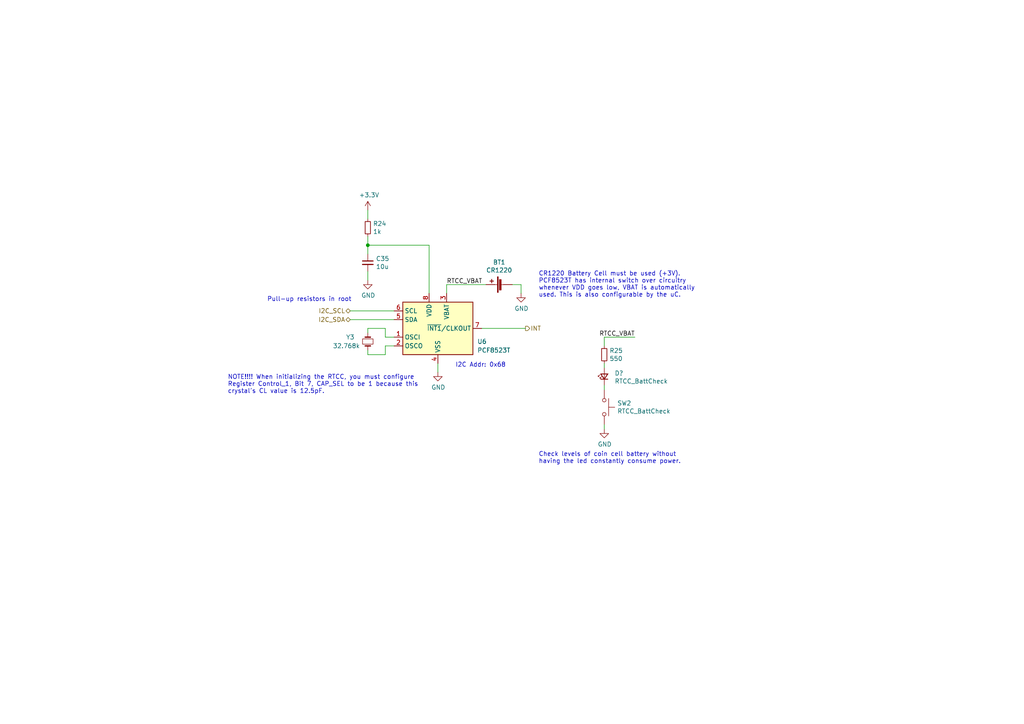
<source format=kicad_sch>
(kicad_sch (version 20230121) (generator eeschema)
  (paper "A4")
  (lib_symbols
    (symbol "Device:Battery_Cell" (pin_numbers hide) (pin_names (offset 0) hide)
      (property "Reference" "BT" (at 2.54 2.54 0))
      (property "Value" "Battery_Cell" (at 2.54 0 0))
      (symbol "Battery_Cell_0_1"
        (rectangle (start -2.286 1.778) (end 2.286 1.524) (fill (type outline)))
        (rectangle (start -1.5748 1.1938) (end 1.4732 0.6858) (fill (type outline)))
        (polyline (pts (xy 0 0.762) (xy 0 0)))
        (polyline (pts (xy 0 1.778) (xy 0 2.54)))
        (polyline (pts (xy 0.508 3.429) (xy 1.524 3.429)) (stroke (width 0.254)))
        (polyline (pts (xy 1.016 3.937) (xy 1.016 2.921)) (stroke (width 0.254)))
      )
      (symbol "Battery_Cell_1_1"
        (pin passive line (at 0 5.08 270) (length 2.54) (name "+") (number "1"))
        (pin passive line (at 0 -2.54 90) (length 2.54) (name "-") (number "2"))
      )
    )
    (symbol "Device:C_Small" (pin_numbers hide) (pin_names (offset 0.254) hide)
      (property "Reference" "C" (at 0.254 1.778 0))
      (property "Value" "C_Small" (at 0.254 -2.032 0))
      (symbol "C_Small_0_1"
        (polyline (pts (xy -1.524 -0.508) (xy 1.524 -0.508)) (stroke (width 0.3302)))
        (polyline (pts (xy -1.524 0.508) (xy 1.524 0.508)) (stroke (width 0.3048)))
      )
      (symbol "C_Small_1_1"
        (pin passive line (at 0 2.54 270) (length 2.032) (name "~") (number "1"))
        (pin passive line (at 0 -2.54 90) (length 2.032) (name "~") (number "2"))
      )
    )
    (symbol "Device:Crystal_Small" (pin_numbers hide) (pin_names (offset 1.016) hide)
      (property "Reference" "Y" (at 0 2.54 0))
      (property "Value" "Crystal_Small" (at 0 -2.54 0))
      (symbol "Crystal_Small_0_1"
        (rectangle (start -0.762 -1.524) (end 0.762 1.524))
        (polyline (pts (xy -1.27 -0.762) (xy -1.27 0.762)) (stroke (width 0.381)))
        (polyline (pts (xy 1.27 -0.762) (xy 1.27 0.762)) (stroke (width 0.381)))
      )
      (symbol "Crystal_Small_1_1"
        (pin passive line (at -2.54 0 0) (length 1.27) (name "1") (number "1"))
        (pin passive line (at 2.54 0 180) (length 1.27) (name "2") (number "2"))
      )
    )
    (symbol "Device:LED_Small" (pin_numbers hide) (pin_names (offset 0.254) hide)
      (property "Reference" "D" (at -1.27 3.175 0))
      (property "Value" "LED_Small" (at -4.445 -2.54 0))
      (symbol "LED_Small_0_1"
        (polyline (pts (xy -0.762 -1.016) (xy -0.762 1.016)) (stroke (width 0.254)))
        (polyline (pts (xy 1.016 0) (xy -0.762 0)))
        (polyline (pts (xy 0.762 -1.016) (xy -0.762 0) (xy 0.762 1.016) (xy 0.762 -1.016)) (stroke (width 0.254)))
        (polyline (pts (xy 0 0.762) (xy -0.508 1.27) (xy -0.254 1.27) (xy -0.508 1.27) (xy -0.508 1.016)))
        (polyline (pts (xy 0.508 1.27) (xy 0 1.778) (xy 0.254 1.778) (xy 0 1.778) (xy 0 1.524)))
      )
      (symbol "LED_Small_1_1"
        (pin passive line (at -2.54 0 0) (length 1.778) (name "K") (number "1"))
        (pin passive line (at 2.54 0 180) (length 1.778) (name "A") (number "2"))
      )
    )
    (symbol "Device:R_Small" (pin_numbers hide) (pin_names (offset 0.254) hide)
      (property "Reference" "R" (at 0.762 0.508 0))
      (property "Value" "R_Small" (at 0.762 -1.016 0))
      (symbol "R_Small_0_1"
        (rectangle (start -0.762 1.778) (end 0.762 -1.778) (stroke (width 0.2032)))
      )
      (symbol "R_Small_1_1"
        (pin passive line (at 0 2.54 270) (length 0.762) (name "~") (number "1"))
        (pin passive line (at 0 -2.54 90) (length 0.762) (name "~") (number "2"))
      )
    )
    (symbol "Switch:SW_Push" (pin_numbers hide) (pin_names (offset 1.016) hide)
      (property "Reference" "SW" (at 1.27 2.54 0))
      (property "Value" "SW_Push" (at 0 -1.524 0))
      (symbol "SW_Push_0_1"
        (circle (center -2.032 0) (radius 0.508))
        (polyline (pts (xy 0 1.27) (xy 0 3.048)))
        (polyline (pts (xy 2.54 1.27) (xy -2.54 1.27)))
        (circle (center 2.032 0) (radius 0.508))
        (pin passive line (at -5.08 0 0) (length 2.54) (name "1") (number "1"))
        (pin passive line (at 5.08 0 180) (length 2.54) (name "2") (number "2"))
      )
    )
    (symbol "Timer_RTC:PCF8523T"
      (property "Reference" "U" (at -10.16 8.89 0))
      (property "Value" "PCF8523T" (at 3.81 8.89 0))
      (symbol "PCF8523T_0_1"
        (rectangle (start -10.16 7.62) (end 10.16 -7.62) (stroke (width 0.254)) (fill (type background)))
      )
      (symbol "PCF8523T_1_1"
        (pin input line (at -12.7 -2.54 0) (length 2.54) (name "OSCI") (number "1"))
        (pin output line (at -12.7 -5.08 0) (length 2.54) (name "OSCO") (number "2"))
        (pin power_in line (at 2.54 10.16 270) (length 2.54) (name "VBAT") (number "3"))
        (pin power_in line (at 0 -10.16 90) (length 2.54) (name "VSS") (number "4"))
        (pin bidirectional line (at -12.7 2.54 0) (length 2.54) (name "SDA") (number "5"))
        (pin input line (at -12.7 5.08 0) (length 2.54) (name "SCL") (number "6"))
        (pin open_collector line (at 12.7 0 180) (length 2.54) (name "~{INT1}/CLKOUT") (number "7"))
        (pin power_in line (at -2.54 10.16 270) (length 2.54) (name "VDD") (number "8"))
      )
    )
    (symbol "power:+3.3V" (power) (pin_names (offset 0))
      (property "Value" "+3.3V" (at 0 3.556 0))
      (symbol "+3.3V_0_1"
        (polyline (pts (xy -0.762 1.27) (xy 0 2.54)))
        (polyline (pts (xy 0 0) (xy 0 2.54)))
        (polyline (pts (xy 0 2.54) (xy 0.762 1.27)))
      )
      (symbol "+3.3V_1_1"
        (pin power_in line (at 0 0 90) (length 0) hide (name "+3.3V") (number "1"))
      )
    )
    (symbol "power:GND" (power) (pin_names (offset 0))
      (property "Value" "GND" (at 0 -3.81 0))
      (symbol "GND_0_1"
        (polyline (pts (xy 0 0) (xy 0 -1.27) (xy 1.27 -1.27) (xy 0 -2.54) (xy -1.27 -1.27) (xy 0 -1.27)))
      )
      (symbol "GND_1_1"
        (pin power_in line (at 0 0 270) (length 0) hide (name "GND") (number "1"))
      )
    )
  )
  (junction (at 106.68 71.12))
  (wire (pts (xy 111.76 95.25) (xy 111.76 97.79)))
  (wire (pts (xy 114.3 90.17) (xy 101.6 90.17)))
  (wire (pts (xy 106.68 60.96) (xy 106.68 63.5)))
  (wire (pts (xy 175.26 106.68) (xy 175.26 105.41)))
  (wire (pts (xy 106.68 81.28) (xy 106.68 78.74)))
  (wire (pts (xy 101.6 92.71) (xy 114.3 92.71)))
  (wire (pts (xy 175.26 97.79) (xy 175.26 100.33)))
  (wire (pts (xy 106.68 96.52) (xy 106.68 95.25)))
  (wire (pts (xy 106.68 71.12) (xy 124.46 71.12)))
  (wire (pts (xy 111.76 100.33) (xy 111.76 102.87)))
  (wire (pts (xy 106.68 101.6) (xy 106.68 102.87)))
  (wire (pts (xy 106.68 102.87) (xy 111.76 102.87)))
  (wire (pts (xy 175.26 113.03) (xy 175.26 111.76)))
  (wire (pts (xy 184.15 97.79) (xy 175.26 97.79)))
  (wire (pts (xy 129.54 82.55) (xy 140.97 82.55)))
  (wire (pts (xy 124.46 71.12) (xy 124.46 85.09)))
  (wire (pts (xy 106.68 68.58) (xy 106.68 71.12)))
  (wire (pts (xy 111.76 97.79) (xy 114.3 97.79)))
  (wire (pts (xy 151.13 82.55) (xy 148.59 82.55)))
  (wire (pts (xy 114.3 100.33) (xy 111.76 100.33)))
  (wire (pts (xy 129.54 85.09) (xy 129.54 82.55)))
  (wire (pts (xy 106.68 95.25) (xy 111.76 95.25)))
  (wire (pts (xy 127 107.95) (xy 127 105.41)))
  (wire (pts (xy 152.4 95.25) (xy 139.7 95.25)))
  (wire (pts (xy 151.13 85.09) (xy 151.13 82.55)))
  (wire (pts (xy 175.26 123.19) (xy 175.26 124.46)))
  (wire (pts (xy 106.68 71.12) (xy 106.68 73.66)))
  (text "Pull-up resistors in root" (at 77.47 87.63 0) (effects (font (size 1.27 1.27)) (justify left bottom)))
  (text "I2C Addr: 0x68" (at 132.08 106.68 0) (effects (font (size 1.27 1.27)) (justify left bottom)))
  (text "NOTE!!!! When initializing the RTCC, you must configure\nRegister Control_1, Bit 7, CAP_SEL to be 1 because this\ncrystal's CL value is 12.5pF." (at 66.04 114.3 0) (effects (font (size 1.27 1.27)) (justify left bottom)))
  (text "Check levels of coin cell battery without\nhaving the led constantly consume power." (at 156.21 134.62 0) (effects (font (size 1.27 1.27)) (justify left bottom)))
  (text "CR1220 Battery Cell must be used (+3V).\nPCF8523T has internal switch over circuitry\nwhenever VDD goes low, VBAT is automatically\nused. This is also configurable by the uC." (at 156.21 86.36 0) (effects (font (size 1.27 1.27)) (justify left bottom)))
  (label "RTCC_VBAT" (at 184.15 97.79 180))
  (label "RTCC_VBAT" (at 129.54 82.55 0))
  (hierarchical_label "INT" (shape output) (at 152.4 95.25 0))
  (hierarchical_label "I2C_SCL" (shape bidirectional) (at 101.6 90.17 180))
  (hierarchical_label "I2C_SDA" (shape bidirectional) (at 101.6 92.71 180))
  (symbol (lib_id "Timer_RTC:PCF8523T") (at 127 95.25 0) (unit 1)
    (property "Reference" "U6" (at 138.43 99.06 0) (effects (justify left)))
    (property "Value" "PCF8523T" (at 138.43 101.6 0) (effects (justify left)))
    (property "Footprint" "Package_SO:SOIC-8_3.9x4.9mm_P1.27mm" (effects hide))
    (property "Datasheet" "https://www.nxp.com/docs/en/data-sheet/PCF8523.pdf" (effects hide))
  )
  (symbol (lib_id "Device:Battery_Cell") (at 146.05 82.55 90) (unit 1)
    (property "Reference" "BT1" (at 144.78 76.073 90))
    (property "Value" "CR1220" (at 144.78 78.3844 90))
    (property "Footprint" "Battery:BatteryHolder_Keystone_3000_1x12mm" (effects hide))
  )
  (symbol (lib_id "power:GND") (at 151.13 85.09 0) (unit 1)
    (property "Reference" "#PWR0149" (effects hide))
    (property "Value" "GND" (at 151.257 89.4842 0))
  )
  (symbol (lib_id "Device:R_Small") (at 106.68 66.04 0) (unit 1)
    (property "Reference" "R24" (at 108.1786 64.8716 0) (effects (justify left)))
    (property "Value" "1k" (at 108.1786 67.183 0) (effects (justify left)))
    (property "Footprint" "Resistor_SMD:R_0805_2012Metric" (effects hide))
  )
  (symbol (lib_id "Device:C_Small") (at 106.68 76.2 0) (unit 1)
    (property "Reference" "C35" (at 109.0168 75.0316 0) (effects (justify left)))
    (property "Value" "10u" (at 109.0168 77.343 0) (effects (justify left)))
    (property "Footprint" "Capacitor_SMD:C_0805_2012Metric" (effects hide))
  )
  (symbol (lib_id "power:+3.3V") (at 106.68 60.96 0) (unit 1)
    (property "Reference" "#PWR0150" (effects hide))
    (property "Value" "+3.3V" (at 107.061 56.5658 0))
  )
  (symbol (lib_id "power:GND") (at 106.68 81.28 0) (unit 1)
    (property "Reference" "#PWR0151" (effects hide))
    (property "Value" "GND" (at 106.807 85.6742 0))
  )
  (symbol (lib_id "Device:Crystal_Small") (at 106.68 99.06 270) (mirror x) (unit 1)
    (property "Reference" "Y3" (at 100.33 97.79 90) (effects (justify left)))
    (property "Value" "32.768k" (at 96.52 100.33 90) (effects (justify left)))
    (property "Footprint" "Crystal:Crystal_SMD_Abracon_ABS25-4Pin_8.0x3.8mm" (effects hide))
    (property "P/N" "ABS25-32.768KHZ-T" (effects hide))
  )
  (symbol (lib_id "power:GND") (at 127 107.95 0) (unit 1)
    (property "Reference" "#PWR0152" (effects hide))
    (property "Value" "GND" (at 127.127 112.3442 0))
  )
  (symbol (lib_id "power:GND") (at 175.26 124.46 0) (unit 1)
    (property "Reference" "#PWR?" (effects hide))
    (property "Value" "GND" (at 175.387 128.8542 0))
    (instances (project "Telemetry-Primary" (path "" (reference "#PWR?") (unit 1)) (path "" (reference "#PWR?") (unit 1)) (path "" (reference "#PWR0153") (unit 1))))
  )
  (symbol (lib_id "Device:LED_Small") (at 175.26 109.22 90) (unit 1)
    (property "Reference" "D?" (at 178.2572 108.2548 90) (effects (justify right)))
    (property "Value" "RTCC_BattCheck" (at 178.2572 110.5662 90) (effects (justify right)))
    (property "Footprint" "LED_SMD:LED_0805_2012Metric" (effects hide))
    (property "Datasheet" "https://www.mouser.com/datasheet/2/216/APTD2012LCGCK-1102037.pdf" (effects hide))
    (property "Color" "Green" (effects hide))
    (property "P/N" "APTD2012LCGCK" (effects hide))
    (property "Vf" "1.9V" (effects hide))
    (property "If" "2mA" (effects hide))
    (instances (project "Telemetry-Primary" (path "" (reference "D?") (unit 1)) (path "" (reference "D?") (unit 1)) (path "" (reference "D2") (unit 1))))
  )
  (symbol (lib_id "Device:R_Small") (at 175.26 102.87 0) (unit 1)
    (property "Reference" "R25" (at 176.7586 101.7016 0) (effects (justify left)))
    (property "Value" "550" (at 176.7586 104.013 0) (effects (justify left)))
    (property "Footprint" "Resistor_SMD:R_0805_2012Metric" (effects hide))
    (instances (project "Telemetry-Primary" (path "" (reference "R25") (unit 1)) (path "" (reference "R?") (unit 1))))
  )
  (symbol (lib_id "Switch:SW_Push") (at 175.26 118.11 270) (unit 1)
    (property "Reference" "SW2" (at 179.0192 116.9416 90) (effects (justify left)))
    (property "Value" "RTCC_BattCheck" (at 179.0192 119.253 90) (effects (justify left)))
    (property "Footprint" "Button_Switch_SMD:SW_SPST_B3SL-1002P" (effects hide))
    (property "P/N" "EVQ-7Q203W or B3SL-1002P" (effects hide))
    (instances (project "Telemetry-Primary" (path "" (reference "SW2") (unit 1)) (path "" (reference "SW?") (unit 1))))
  )
)
</source>
